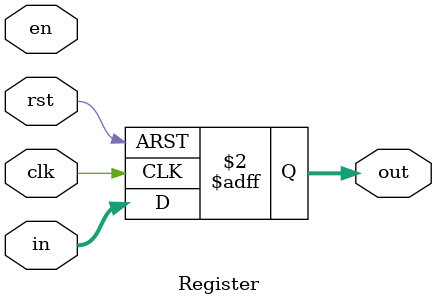
<source format=v>
module Register(in, en, rst, clk, out);
    parameter N = 32;

    input [N-1:0] in;
    input en, clk, rst;

    output reg [N-1:0] out;

    always @(posedge clk or posedge rst) begin
        if (rst)
            out <= {N{1'b0}};
        else if (clk)
            out <= in;
    end

endmodule
</source>
